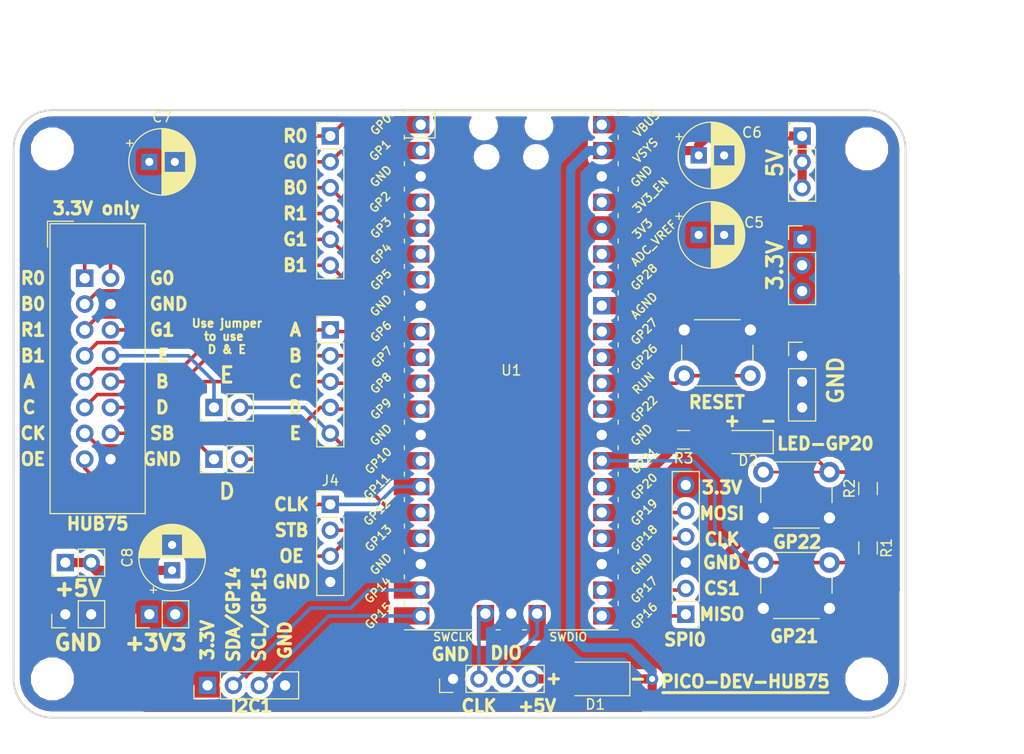
<source format=kicad_pcb>
(kicad_pcb (version 20171130) (host pcbnew 5.0.2+dfsg1-1)
  (layers (0 F.Cu signal) (31 B.Cu signal) (34 B.Paste user) (35 F.Paste user) (36 B.SilkS user) (37 F.SilkS user) (38 B.Mask user) (39 F.Mask user) (44 Edge.Cuts user))
  (net 0 "")
  (net 1 GND)
  (net 2 +3V3)
  (net 3 /B1_LV)
  (net 4 /G1_LV)
  (net 5 /R1_LV)
  (net 6 /B0_LV)
  (net 7 /G0_LV)
  (net 8 /R0_LV)
  (net 9 +5V)
  (net 10 "Net-(U1-Pad31)")
  (net 11 "Net-(U1-Pad32)")
  (net 12 "Net-(U1-Pad33)")
  (net 13 "Net-(U1-Pad34)")
  (net 14 "Net-(U1-Pad35)")
  (net 15 "Net-(U1-Pad37)")
  (net 16 "Net-(U1-Pad40)")
  (net 17 /A_LV)
  (net 18 /B_LV)
  (net 19 /C_LV)
  (net 20 /D_LV)
  (net 21 /E_LV)
  (net 22 /CLK_LV)
  (net 23 /STB_LV)
  (net 24 /OE_LV)
  (net 25 "Net-(D1-Pad2)")
  (net 26 "Net-(J5-Pad1)")
  (net 27 "Net-(J5-Pad2)")
  (net 28 "Net-(J5-Pad4)")
  (net 29 "Net-(J5-Pad5)")
  (net 30 /SDA)
  (net 31 /SCL)
  (net 32 "Net-(J10-Pad3)")
  (net 33 "Net-(J10-Pad2)")
  (net 34 /SW2)
  (net 35 /SW1)
  (net 36 /RUN)
  (net 37 /LED)
  (net 38 "Net-(D2-Pad2)")
  (net 39 "Net-(J1-Pad8)")
  (net 40 "Net-(J1-Pad12)")
  (module Connector_IDC:IDC-Header_2x08_P2.54mm_Vertical (layer F.Cu) (at 159.385 69.85)
    (fp_text reference J1)
    (fp_text value Conn_02x08_Odd_Even)
    (pad 1 thru_hole rect (at 0 0) (size 1.7272 1.7272) (drill 1.016) (layers *.Cu *.Mask) (net 8 /R0_LV))
    (pad 2 thru_hole oval (at 2.54 0) (size 1.7272 1.7272) (drill 1.016) (layers *.Cu *.Mask) (net 7 /G0_LV))
    (pad 3 thru_hole oval (at 0 2.54) (size 1.7272 1.7272) (drill 1.016) (layers *.Cu *.Mask) (net 6 /B0_LV))
    (pad 4 thru_hole oval (at 2.54 2.54) (size 1.7272 1.7272) (drill 1.016) (layers *.Cu *.Mask) (net 1 GND))
    (pad 5 thru_hole oval (at 0 5.08) (size 1.7272 1.7272) (drill 1.016) (layers *.Cu *.Mask) (net 5 /R1_LV))
    (pad 6 thru_hole oval (at 2.54 5.08) (size 1.7272 1.7272) (drill 1.016) (layers *.Cu *.Mask) (net 4 /G1_LV))
    (pad 7 thru_hole oval (at 0 7.62) (size 1.7272 1.7272) (drill 1.016) (layers *.Cu *.Mask) (net 3 /B1_LV))
    (pad 8 thru_hole oval (at 2.54 7.62) (size 1.7272 1.7272) (drill 1.016) (layers *.Cu *.Mask) (net 39 "Net-(J1-Pad8)"))
    (pad 9 thru_hole oval (at 0 10.16) (size 1.7272 1.7272) (drill 1.016) (layers *.Cu *.Mask) (net 17 /A_LV))
    (pad 10 thru_hole oval (at 2.54 10.16) (size 1.7272 1.7272) (drill 1.016) (layers *.Cu *.Mask) (net 18 /B_LV))
    (pad 11 thru_hole oval (at 0 12.7) (size 1.7272 1.7272) (drill 1.016) (layers *.Cu *.Mask) (net 19 /C_LV))
    (pad 12 thru_hole oval (at 2.54 12.7) (size 1.7272 1.7272) (drill 1.016) (layers *.Cu *.Mask) (net 40 "Net-(J1-Pad12)"))
    (pad 13 thru_hole oval (at 0 15.24) (size 1.7272 1.7272) (drill 1.016) (layers *.Cu *.Mask) (net 22 /CLK_LV))
    (pad 14 thru_hole oval (at 2.54 15.24) (size 1.7272 1.7272) (drill 1.016) (layers *.Cu *.Mask) (net 23 /STB_LV))
    (pad 15 thru_hole oval (at 0 17.78) (size 1.7272 1.7272) (drill 1.016) (layers *.Cu *.Mask) (net 24 /OE_LV))
    (pad 16 thru_hole oval (at 2.54 17.78) (size 1.7272 1.7272) (drill 1.016) (layers *.Cu *.Mask) (net 1 GND))
  )
  (module MCU_RaspberryPi_and_Boards:RPi_Pico_SMD_TH (layer F.Cu) (at 201.295 78.9)
    (fp_text reference U1 (at 0 0) (layer F.SilkS))
    (fp_text value Pico)
    (fp_text user GP1 (at -12.9 -21.6 45) (layer F.SilkS) (effects (font (size 0.8 0.8))))
    (fp_text user GP2 (at -12.9 -16.51 45) (layer F.SilkS) (effects (font (size 0.8 0.8))))
    (fp_text user GP0 (at -12.8 -24.13 45) (layer F.SilkS) (effects (font (size 0.8 0.8))))
    (fp_text user GP3 (at -12.8 -13.97 45) (layer F.SilkS) (effects (font (size 0.8 0.8))))
    (fp_text user GP4 (at -12.8 -11.43 45) (layer F.SilkS) (effects (font (size 0.8 0.8))))
    (fp_text user GP5 (at -12.8 -8.89 45) (layer F.SilkS) (effects (font (size 0.8 0.8))))
    (fp_text user GP6 (at -12.8 -3.81 45) (layer F.SilkS) (effects (font (size 0.8 0.8))))
    (fp_text user GP7 (at -12.7 -1.3 45) (layer F.SilkS) (effects (font (size 0.8 0.8))))
    (fp_text user GP8 (at -12.8 1.27 45) (layer F.SilkS) (effects (font (size 0.8 0.8))))
    (fp_text user GP9 (at -12.8 3.81 45) (layer F.SilkS) (effects (font (size 0.8 0.8))))
    (fp_text user GP10 (at -13.054 8.89 45) (layer F.SilkS) (effects (font (size 0.8 0.8))))
    (fp_text user GP11 (at -13.2 11.43 45) (layer F.SilkS) (effects (font (size 0.8 0.8))))
    (fp_text user GP12 (at -13.2 13.97 45) (layer F.SilkS) (effects (font (size 0.8 0.8))))
    (fp_text user GP13 (at -13.054 16.51 45) (layer F.SilkS) (effects (font (size 0.8 0.8))))
    (fp_text user GP14 (at -13.1 21.59 45) (layer F.SilkS) (effects (font (size 0.8 0.8))))
    (fp_text user GP15 (at -13.054 24.13 45) (layer F.SilkS) (effects (font (size 0.8 0.8))))
    (fp_text user GP16 (at 13.054 24.13 45) (layer F.SilkS) (effects (font (size 0.8 0.8))))
    (fp_text user GP17 (at 13.054 21.59 45) (layer F.SilkS) (effects (font (size 0.8 0.8))))
    (fp_text user GP18 (at 13.054 16.51 45) (layer F.SilkS) (effects (font (size 0.8 0.8))))
    (fp_text user GP19 (at 13.054 13.97 45) (layer F.SilkS) (effects (font (size 0.8 0.8))))
    (fp_text user GP20 (at 13.054 11.43 45) (layer F.SilkS) (effects (font (size 0.8 0.8))))
    (fp_text user GP21 (at 13.054 8.9 45) (layer F.SilkS) (effects (font (size 0.8 0.8))))
    (fp_text user GP22 (at 13.054 3.81 45) (layer F.SilkS) (effects (font (size 0.8 0.8))))
    (fp_text user RUN (at 13 1.27 45) (layer F.SilkS) (effects (font (size 0.8 0.8))))
    (fp_text user GP26 (at 13.054 -1.27 45) (layer F.SilkS) (effects (font (size 0.8 0.8))))
    (fp_text user GP27 (at 13.054 -3.8 45) (layer F.SilkS) (effects (font (size 0.8 0.8))))
    (fp_text user GP28 (at 13.054 -9.144 45) (layer F.SilkS) (effects (font (size 0.8 0.8))))
    (fp_text user ADC_VREF (at 14 -12.5 45) (layer F.SilkS) (effects (font (size 0.8 0.8))))
    (fp_text user 3V3 (at 12.9 -13.9 45) (layer F.SilkS) (effects (font (size 0.8 0.8))))
    (fp_text user 3V3_EN (at 13.7 -17.2 45) (layer F.SilkS) (effects (font (size 0.8 0.8))))
    (fp_text user VSYS (at 13.2 -21.59 45) (layer F.SilkS) (effects (font (size 0.8 0.8))))
    (fp_text user VBUS (at 13.3 -24.2 45) (layer F.SilkS) (effects (font (size 0.8 0.8))))
    (fp_text user GND (at -12.8 -19.05 45) (layer F.SilkS) (effects (font (size 0.8 0.8))))
    (fp_text user GND (at -12.8 -6.35 45) (layer F.SilkS) (effects (font (size 0.8 0.8))))
    (fp_text user GND (at -12.8 6.35 45) (layer F.SilkS) (effects (font (size 0.8 0.8))))
    (fp_text user GND (at -12.8 19.05 45) (layer F.SilkS) (effects (font (size 0.8 0.8))))
    (fp_text user GND (at 12.8 19.05 45) (layer F.SilkS) (effects (font (size 0.8 0.8))))
    (fp_text user GND (at 12.8 6.35 45) (layer F.SilkS) (effects (font (size 0.8 0.8))))
    (fp_text user GND (at 12.8 -19.05 45) (layer F.SilkS) (effects (font (size 0.8 0.8))))
    (fp_text user AGND (at 13.054 -6.35 45) (layer F.SilkS) (effects (font (size 0.8 0.8))))
    (fp_text user SWCLK (at -5.7 26.2) (layer F.SilkS) (effects (font (size 0.8 0.8))))
    (fp_text user SWDIO (at 5.6 26.2) (layer F.SilkS) (effects (font (size 0.8 0.8))))
    (pad 1 thru_hole oval (at -8.89 -24.13) (size 1.7 1.7) (drill 1.02) (layers *.Cu *.Mask) (net 8 /R0_LV))
    (pad 2 thru_hole oval (at -8.89 -21.59) (size 1.7 1.7) (drill 1.02) (layers *.Cu *.Mask) (net 7 /G0_LV))
    (pad 3 thru_hole rect (at -8.89 -19.05) (size 1.7 1.7) (drill 1.02) (layers *.Cu *.Mask) (net 1 GND))
    (pad 4 thru_hole oval (at -8.89 -16.51) (size 1.7 1.7) (drill 1.02) (layers *.Cu *.Mask) (net 6 /B0_LV))
    (pad 5 thru_hole oval (at -8.89 -13.97) (size 1.7 1.7) (drill 1.02) (layers *.Cu *.Mask) (net 5 /R1_LV))
    (pad 6 thru_hole oval (at -8.89 -11.43) (size 1.7 1.7) (drill 1.02) (layers *.Cu *.Mask) (net 4 /G1_LV))
    (pad 7 thru_hole oval (at -8.89 -8.89) (size 1.7 1.7) (drill 1.02) (layers *.Cu *.Mask) (net 3 /B1_LV))
    (pad 8 thru_hole rect (at -8.89 -6.35) (size 1.7 1.7) (drill 1.02) (layers *.Cu *.Mask) (net 1 GND))
    (pad 9 thru_hole oval (at -8.89 -3.81) (size 1.7 1.7) (drill 1.02) (layers *.Cu *.Mask) (net 17 /A_LV))
    (pad 10 thru_hole oval (at -8.89 -1.27) (size 1.7 1.7) (drill 1.02) (layers *.Cu *.Mask) (net 18 /B_LV))
    (pad 11 thru_hole oval (at -8.89 1.27) (size 1.7 1.7) (drill 1.02) (layers *.Cu *.Mask) (net 19 /C_LV))
    (pad 12 thru_hole oval (at -8.89 3.81) (size 1.7 1.7) (drill 1.02) (layers *.Cu *.Mask) (net 20 /D_LV))
    (pad 13 thru_hole rect (at -8.89 6.35) (size 1.7 1.7) (drill 1.02) (layers *.Cu *.Mask) (net 1 GND))
    (pad 14 thru_hole oval (at -8.89 8.89) (size 1.7 1.7) (drill 1.02) (layers *.Cu *.Mask) (net 21 /E_LV))
    (pad 15 thru_hole oval (at -8.89 11.43) (size 1.7 1.7) (drill 1.02) (layers *.Cu *.Mask) (net 22 /CLK_LV))
    (pad 16 thru_hole oval (at -8.89 13.97) (size 1.7 1.7) (drill 1.02) (layers *.Cu *.Mask) (net 23 /STB_LV))
    (pad 17 thru_hole oval (at -8.89 16.51) (size 1.7 1.7) (drill 1.02) (layers *.Cu *.Mask) (net 24 /OE_LV))
    (pad 18 thru_hole rect (at -8.89 19.05) (size 1.7 1.7) (drill 1.02) (layers *.Cu *.Mask) (net 1 GND))
    (pad 19 thru_hole oval (at -8.89 21.59) (size 1.7 1.7) (drill 1.02) (layers *.Cu *.Mask) (net 30 /SDA))
    (pad 20 thru_hole oval (at -8.89 24.13) (size 1.7 1.7) (drill 1.02) (layers *.Cu *.Mask) (net 31 /SCL))
    (pad 21 thru_hole oval (at 8.89 24.13) (size 1.7 1.7) (drill 1.02) (layers *.Cu *.Mask) (net 26 "Net-(J5-Pad1)"))
    (pad 22 thru_hole oval (at 8.89 21.59) (size 1.7 1.7) (drill 1.02) (layers *.Cu *.Mask) (net 27 "Net-(J5-Pad2)"))
    (pad 23 thru_hole rect (at 8.89 19.05) (size 1.7 1.7) (drill 1.02) (layers *.Cu *.Mask) (net 1 GND))
    (pad 24 thru_hole oval (at 8.89 16.51) (size 1.7 1.7) (drill 1.02) (layers *.Cu *.Mask) (net 28 "Net-(J5-Pad4)"))
    (pad 25 thru_hole oval (at 8.89 13.97) (size 1.7 1.7) (drill 1.02) (layers *.Cu *.Mask) (net 29 "Net-(J5-Pad5)"))
    (pad 26 thru_hole oval (at 8.89 11.43) (size 1.7 1.7) (drill 1.02) (layers *.Cu *.Mask) (net 37 /LED))
    (pad 27 thru_hole oval (at 8.89 8.89) (size 1.7 1.7) (drill 1.02) (layers *.Cu *.Mask) (net 34 /SW2))
    (pad 28 thru_hole rect (at 8.89 6.35) (size 1.7 1.7) (drill 1.02) (layers *.Cu *.Mask) (net 1 GND))
    (pad 29 thru_hole oval (at 8.89 3.81) (size 1.7 1.7) (drill 1.02) (layers *.Cu *.Mask) (net 35 /SW1))
    (pad 30 thru_hole oval (at 8.89 1.27) (size 1.7 1.7) (drill 1.02) (layers *.Cu *.Mask) (net 36 /RUN))
    (pad 31 thru_hole oval (at 8.89 -1.27) (size 1.7 1.7) (drill 1.02) (layers *.Cu *.Mask) (net 10 "Net-(U1-Pad31)"))
    (pad 32 thru_hole oval (at 8.89 -3.81) (size 1.7 1.7) (drill 1.02) (layers *.Cu *.Mask) (net 11 "Net-(U1-Pad32)"))
    (pad 33 thru_hole rect (at 8.89 -6.35) (size 1.7 1.7) (drill 1.02) (layers *.Cu *.Mask) (net 12 "Net-(U1-Pad33)"))
    (pad 34 thru_hole oval (at 8.89 -8.89) (size 1.7 1.7) (drill 1.02) (layers *.Cu *.Mask) (net 13 "Net-(U1-Pad34)"))
    (pad 35 thru_hole oval (at 8.89 -11.43) (size 1.7 1.7) (drill 1.02) (layers *.Cu *.Mask) (net 14 "Net-(U1-Pad35)"))
    (pad 36 thru_hole oval (at 8.89 -13.97) (size 1.7 1.7) (drill 1.02) (layers *.Cu *.Mask) (net 2 +3V3))
    (pad 37 thru_hole oval (at 8.89 -16.51) (size 1.7 1.7) (drill 1.02) (layers *.Cu *.Mask) (net 15 "Net-(U1-Pad37)"))
    (pad 38 thru_hole rect (at 8.89 -19.05) (size 1.7 1.7) (drill 1.02) (layers *.Cu *.Mask) (net 1 GND))
    (pad 39 thru_hole oval (at 8.89 -21.59) (size 1.7 1.7) (drill 1.02) (layers *.Cu *.Mask) (net 9 +5V))
    (pad 40 thru_hole oval (at 8.89 -24.13) (size 1.7 1.7) (drill 1.02) (layers *.Cu *.Mask) (net 16 "Net-(U1-Pad40)"))
    (pad 1 smd rect (at -8.89 -24.13) (size 3.5 1.7) (drill (offset -0.9 0)) (layers F.Cu F.Mask) (net 8 /R0_LV))
    (pad 2 smd rect (at -8.89 -21.59) (size 3.5 1.7) (drill (offset -0.9 0)) (layers F.Cu F.Mask) (net 7 /G0_LV))
    (pad 3 smd rect (at -8.89 -19.05) (size 3.5 1.7) (drill (offset -0.9 0)) (layers F.Cu F.Mask) (net 1 GND))
    (pad 4 smd rect (at -8.89 -16.51) (size 3.5 1.7) (drill (offset -0.9 0)) (layers F.Cu F.Mask) (net 6 /B0_LV))
    (pad 5 smd rect (at -8.89 -13.97) (size 3.5 1.7) (drill (offset -0.9 0)) (layers F.Cu F.Mask) (net 5 /R1_LV))
    (pad 6 smd rect (at -8.89 -11.43) (size 3.5 1.7) (drill (offset -0.9 0)) (layers F.Cu F.Mask) (net 4 /G1_LV))
    (pad 7 smd rect (at -8.89 -8.89) (size 3.5 1.7) (drill (offset -0.9 0)) (layers F.Cu F.Mask) (net 3 /B1_LV))
    (pad 8 smd rect (at -8.89 -6.35) (size 3.5 1.7) (drill (offset -0.9 0)) (layers F.Cu F.Mask) (net 1 GND))
    (pad 9 smd rect (at -8.89 -3.81) (size 3.5 1.7) (drill (offset -0.9 0)) (layers F.Cu F.Mask) (net 17 /A_LV))
    (pad 10 smd rect (at -8.89 -1.27) (size 3.5 1.7) (drill (offset -0.9 0)) (layers F.Cu F.Mask) (net 18 /B_LV))
    (pad 11 smd rect (at -8.89 1.27) (size 3.5 1.7) (drill (offset -0.9 0)) (layers F.Cu F.Mask) (net 19 /C_LV))
    (pad 12 smd rect (at -8.89 3.81) (size 3.5 1.7) (drill (offset -0.9 0)) (layers F.Cu F.Mask) (net 20 /D_LV))
    (pad 13 smd rect (at -8.89 6.35) (size 3.5 1.7) (drill (offset -0.9 0)) (layers F.Cu F.Mask) (net 1 GND))
    (pad 14 smd rect (at -8.89 8.89) (size 3.5 1.7) (drill (offset -0.9 0)) (layers F.Cu F.Mask) (net 21 /E_LV))
    (pad 15 smd rect (at -8.89 11.43) (size 3.5 1.7) (drill (offset -0.9 0)) (layers F.Cu F.Mask) (net 22 /CLK_LV))
    (pad 16 smd rect (at -8.89 13.97) (size 3.5 1.7) (drill (offset -0.9 0)) (layers F.Cu F.Mask) (net 23 /STB_LV))
    (pad 17 smd rect (at -8.89 16.51) (size 3.5 1.7) (drill (offset -0.9 0)) (layers F.Cu F.Mask) (net 24 /OE_LV))
    (pad 18 smd rect (at -8.89 19.05) (size 3.5 1.7) (drill (offset -0.9 0)) (layers F.Cu F.Mask) (net 1 GND))
    (pad 19 smd rect (at -8.89 21.59) (size 3.5 1.7) (drill (offset -0.9 0)) (layers F.Cu F.Mask) (net 30 /SDA))
    (pad 20 smd rect (at -8.89 24.13) (size 3.5 1.7) (drill (offset -0.9 0)) (layers F.Cu F.Mask) (net 31 /SCL))
    (pad 40 smd rect (at 8.89 -24.13) (size 3.5 1.7) (drill (offset 0.9 0)) (layers F.Cu F.Mask) (net 16 "Net-(U1-Pad40)"))
    (pad 39 smd rect (at 8.89 -21.59) (size 3.5 1.7) (drill (offset 0.9 0)) (layers F.Cu F.Mask) (net 9 +5V))
    (pad 38 smd rect (at 8.89 -19.05) (size 3.5 1.7) (drill (offset 0.9 0)) (layers F.Cu F.Mask) (net 1 GND))
    (pad 37 smd rect (at 8.89 -16.51) (size 3.5 1.7) (drill (offset 0.9 0)) (layers F.Cu F.Mask) (net 15 "Net-(U1-Pad37)"))
    (pad 36 smd rect (at 8.89 -13.97) (size 3.5 1.7) (drill (offset 0.9 0)) (layers F.Cu F.Mask) (net 2 +3V3))
    (pad 35 smd rect (at 8.89 -11.43) (size 3.5 1.7) (drill (offset 0.9 0)) (layers F.Cu F.Mask) (net 14 "Net-(U1-Pad35)"))
    (pad 34 smd rect (at 8.89 -8.89) (size 3.5 1.7) (drill (offset 0.9 0)) (layers F.Cu F.Mask) (net 13 "Net-(U1-Pad34)"))
    (pad 33 smd rect (at 8.89 -6.35) (size 3.5 1.7) (drill (offset 0.9 0)) (layers F.Cu F.Mask) (net 12 "Net-(U1-Pad33)"))
    (pad 32 smd rect (at 8.89 -3.81) (size 3.5 1.7) (drill (offset 0.9 0)) (layers F.Cu F.Mask) (net 11 "Net-(U1-Pad32)"))
    (pad 31 smd rect (at 8.89 -1.27) (size 3.5 1.7) (drill (offset 0.9 0)) (layers F.Cu F.Mask) (net 10 "Net-(U1-Pad31)"))
    (pad 30 smd rect (at 8.89 1.27) (size 3.5 1.7) (drill (offset 0.9 0)) (layers F.Cu F.Mask) (net 36 /RUN))
    (pad 29 smd rect (at 8.89 3.81) (size 3.5 1.7) (drill (offset 0.9 0)) (layers F.Cu F.Mask) (net 35 /SW1))
    (pad 28 smd rect (at 8.89 6.35) (size 3.5 1.7) (drill (offset 0.9 0)) (layers F.Cu F.Mask) (net 1 GND))
    (pad 27 smd rect (at 8.89 8.89) (size 3.5 1.7) (drill (offset 0.9 0)) (layers F.Cu F.Mask) (net 34 /SW2))
    (pad 26 smd rect (at 8.89 11.43) (size 3.5 1.7) (drill (offset 0.9 0)) (layers F.Cu F.Mask) (net 37 /LED))
    (pad 25 smd rect (at 8.89 13.97) (size 3.5 1.7) (drill (offset 0.9 0)) (layers F.Cu F.Mask) (net 29 "Net-(J5-Pad5)"))
    (pad 24 smd rect (at 8.89 16.51) (size 3.5 1.7) (drill (offset 0.9 0)) (layers F.Cu F.Mask) (net 28 "Net-(J5-Pad4)"))
    (pad 23 smd rect (at 8.89 19.05) (size 3.5 1.7) (drill (offset 0.9 0)) (layers F.Cu F.Mask) (net 1 GND))
    (pad 22 smd rect (at 8.89 21.59) (size 3.5 1.7) (drill (offset 0.9 0)) (layers F.Cu F.Mask) (net 27 "Net-(J5-Pad2)"))
    (pad 21 smd rect (at 8.89 24.13) (size 3.5 1.7) (drill (offset 0.9 0)) (layers F.Cu F.Mask) (net 26 "Net-(J5-Pad1)"))
    (pad "" np_thru_hole oval (at -2.725 -24) (size 1.8 1.8) (drill 1.8) (layers *.Cu *.Mask))
    (pad "" np_thru_hole oval (at 2.725 -24) (size 1.8 1.8) (drill 1.8) (layers *.Cu *.Mask))
    (pad "" np_thru_hole oval (at -2.425 -20.97) (size 1.5 1.5) (drill 1.5) (layers *.Cu *.Mask))
    (pad "" np_thru_hole oval (at 2.425 -20.97) (size 1.5 1.5) (drill 1.5) (layers *.Cu *.Mask))
    (pad 41 smd rect (at -2.54 23.9 90) (size 3.5 1.7) (drill (offset -0.9 0)) (layers F.Cu F.Mask) (net 33 "Net-(J10-Pad2)"))
    (pad 41 thru_hole oval (at -2.54 23.9) (size 1.7 1.7) (drill 1.02) (layers *.Cu *.Mask) (net 33 "Net-(J10-Pad2)"))
    (pad 42 smd rect (at 0 23.9 90) (size 3.5 1.7) (drill (offset -0.9 0)) (layers F.Cu F.Mask) (net 1 GND))
    (pad 42 thru_hole rect (at 0 23.9) (size 1.7 1.7) (drill 1.02) (layers *.Cu *.Mask) (net 1 GND))
    (pad 43 smd rect (at 2.54 23.9 90) (size 3.5 1.7) (drill (offset -0.9 0)) (layers F.Cu F.Mask) (net 32 "Net-(J10-Pad3)"))
    (pad 43 thru_hole oval (at 2.54 23.9) (size 1.7 1.7) (drill 1.02) (layers *.Cu *.Mask) (net 32 "Net-(J10-Pad3)"))
  )
  (module Connector_PinHeader_2.54mm:PinHeader_1x02_P2.54mm_Vertical (layer F.Cu) (at 172.085 82.55 90)
    (fp_text reference JP1)
    (fp_text value Jumper)
    (pad 1 thru_hole rect (at 0 0 90) (size 1.7 1.7) (drill 1) (layers *.Cu *.Mask) (net 39 "Net-(J1-Pad8)"))
    (pad 2 thru_hole oval (at 0 2.54 90) (size 1.7 1.7) (drill 1) (layers *.Cu *.Mask) (net 21 /E_LV))
  )
  (module Diode_SMD:D_SMA (layer F.Cu) (at 209.55 109.22 180)
    (fp_text reference D1 (at 0 -2.5 180) (layer F.SilkS))
    (fp_text value D_Schottky)
    (pad 1 smd rect (at -2 0 180) (size 2.5 1.8) (layers F.Cu F.Paste F.Mask) (net 9 +5V))
    (pad 2 smd rect (at 2 0 180) (size 2.5 1.8) (layers F.Cu F.Paste F.Mask) (net 25 "Net-(D1-Pad2)"))
  )
  (module MountingHole:MountingHole_3.2mm_M3 (layer F.Cu) (at 236.22 109.22)
    (fp_text reference H1)
    (fp_text value MountingHole)
    (pad 1 np_thru_hole circle (at 0 0) (size 3.2 3.2) (drill 3.2) (layers *.Cu *.Mask))
  )
  (module MountingHole:MountingHole_3.2mm_M3 (layer F.Cu) (at 156.21 109.22)
    (fp_text reference H2)
    (fp_text value MountingHole)
    (pad 1 np_thru_hole circle (at 0 0) (size 3.2 3.2) (drill 3.2) (layers *.Cu *.Mask))
  )
  (module MountingHole:MountingHole_3.2mm_M3 (layer F.Cu) (at 156.21 57.15)
    (fp_text reference H3)
    (fp_text value MountingHole)
    (pad 1 np_thru_hole circle (at 0 0) (size 3.2 3.2) (drill 3.2) (layers *.Cu *.Mask))
  )
  (module MountingHole:MountingHole_3.2mm_M3 (layer F.Cu) (at 236.22 57.15)
    (fp_text reference H4)
    (fp_text value MountingHole)
    (pad 1 np_thru_hole circle (at 0 0) (size 3.2 3.2) (drill 3.2) (layers *.Cu *.Mask))
  )
  (module Connector_PinHeader_2.54mm:PinHeader_1x06_P2.54mm_Vertical (layer F.Cu) (at 183.515 55.88)
    (fp_text reference J2)
    (fp_text value Conn_01x06_Male)
    (pad 6 thru_hole oval (at 0 12.7) (size 1.7 1.7) (drill 1) (layers *.Cu *.Mask) (net 3 /B1_LV))
    (pad 5 thru_hole oval (at 0 10.16) (size 1.7 1.7) (drill 1) (layers *.Cu *.Mask) (net 4 /G1_LV))
    (pad 4 thru_hole oval (at 0 7.62) (size 1.7 1.7) (drill 1) (layers *.Cu *.Mask) (net 5 /R1_LV))
    (pad 3 thru_hole oval (at 0 5.08) (size 1.7 1.7) (drill 1) (layers *.Cu *.Mask) (net 6 /B0_LV))
    (pad 2 thru_hole oval (at 0 2.54) (size 1.7 1.7) (drill 1) (layers *.Cu *.Mask) (net 7 /G0_LV))
    (pad 1 thru_hole rect (at 0 0) (size 1.7 1.7) (drill 1) (layers *.Cu *.Mask) (net 8 /R0_LV))
  )
  (module Connector_PinHeader_2.54mm:PinHeader_1x05_P2.54mm_Vertical (layer F.Cu) (at 183.515 74.93)
    (fp_text reference J3)
    (fp_text value Conn_01x05_Male)
    (pad 1 thru_hole rect (at 0 0) (size 1.7 1.7) (drill 1) (layers *.Cu *.Mask) (net 17 /A_LV))
    (pad 2 thru_hole oval (at 0 2.54) (size 1.7 1.7) (drill 1) (layers *.Cu *.Mask) (net 18 /B_LV))
    (pad 3 thru_hole oval (at 0 5.08) (size 1.7 1.7) (drill 1) (layers *.Cu *.Mask) (net 19 /C_LV))
    (pad 4 thru_hole oval (at 0 7.62) (size 1.7 1.7) (drill 1) (layers *.Cu *.Mask) (net 20 /D_LV))
    (pad 5 thru_hole oval (at 0 10.16) (size 1.7 1.7) (drill 1) (layers *.Cu *.Mask) (net 21 /E_LV))
  )
  (module Connector_PinHeader_2.54mm:PinHeader_1x06_P2.54mm_Vertical (layer F.Cu) (at 218.44 102.87 180)
    (fp_text reference J5)
    (fp_text value Conn_01x06_Male)
    (pad 1 thru_hole rect (at 0 0 180) (size 1.7 1.7) (drill 1) (layers *.Cu *.Mask) (net 26 "Net-(J5-Pad1)"))
    (pad 2 thru_hole oval (at 0 2.54 180) (size 1.7 1.7) (drill 1) (layers *.Cu *.Mask) (net 27 "Net-(J5-Pad2)"))
    (pad 3 thru_hole oval (at 0 5.08 180) (size 1.7 1.7) (drill 1) (layers *.Cu *.Mask) (net 1 GND))
    (pad 4 thru_hole oval (at 0 7.62 180) (size 1.7 1.7) (drill 1) (layers *.Cu *.Mask) (net 28 "Net-(J5-Pad4)"))
    (pad 5 thru_hole oval (at 0 10.16 180) (size 1.7 1.7) (drill 1) (layers *.Cu *.Mask) (net 29 "Net-(J5-Pad5)"))
    (pad 6 thru_hole oval (at 0 12.7 180) (size 1.7 1.7) (drill 1) (layers *.Cu *.Mask) (net 2 +3V3))
  )
  (module Connector_PinHeader_2.54mm:PinHeader_1x03_P2.54mm_Vertical (layer F.Cu) (at 229.87 77.47)
    (fp_text reference J6)
    (fp_text value Conn_01x03_Male)
    (pad 1 thru_hole rect (at 0 0) (size 1.7 1.7) (drill 1) (layers *.Cu *.Mask) (net 1 GND))
    (pad 2 thru_hole oval (at 0 2.54) (size 1.7 1.7) (drill 1) (layers *.Cu *.Mask) (net 1 GND))
    (pad 3 thru_hole oval (at 0 5.08) (size 1.7 1.7) (drill 1) (layers *.Cu *.Mask) (net 1 GND))
  )
  (module Connector_PinHeader_2.54mm:PinHeader_1x03_P2.54mm_Vertical (layer F.Cu) (at 229.87 55.88)
    (fp_text reference J7)
    (fp_text value Conn_01x03_Male)
    (pad 3 thru_hole oval (at 0 5.08) (size 1.7 1.7) (drill 1) (layers *.Cu *.Mask) (net 9 +5V))
    (pad 2 thru_hole oval (at 0 2.54) (size 1.7 1.7) (drill 1) (layers *.Cu *.Mask) (net 9 +5V))
    (pad 1 thru_hole rect (at 0 0) (size 1.7 1.7) (drill 1) (layers *.Cu *.Mask) (net 9 +5V))
  )
  (module Connector_PinHeader_2.54mm:PinHeader_1x03_P2.54mm_Vertical (layer F.Cu) (at 229.87 66.04)
    (fp_text reference J8)
    (fp_text value Conn_01x03_Male)
    (pad 1 thru_hole rect (at 0 0) (size 1.7 1.7) (drill 1) (layers *.Cu *.Mask) (net 2 +3V3))
    (pad 2 thru_hole oval (at 0 2.54) (size 1.7 1.7) (drill 1) (layers *.Cu *.Mask) (net 2 +3V3))
    (pad 3 thru_hole oval (at 0 5.08) (size 1.7 1.7) (drill 1) (layers *.Cu *.Mask) (net 2 +3V3))
  )
  (module Connector_PinHeader_2.54mm:PinHeader_1x04_P2.54mm_Vertical (layer F.Cu) (at 171.45 109.855 90)
    (fp_text reference J9)
    (fp_text value Conn_01x04_Male)
    (pad 1 thru_hole rect (at 0 0 90) (size 1.7 1.7) (drill 1) (layers *.Cu *.Mask) (net 2 +3V3))
    (pad 2 thru_hole oval (at 0 2.54 90) (size 1.7 1.7) (drill 1) (layers *.Cu *.Mask) (net 30 /SDA))
    (pad 3 thru_hole oval (at 0 5.08 90) (size 1.7 1.7) (drill 1) (layers *.Cu *.Mask) (net 31 /SCL))
    (pad 4 thru_hole oval (at 0 7.62 90) (size 1.7 1.7) (drill 1) (layers *.Cu *.Mask) (net 1 GND))
  )
  (module Connector_PinHeader_2.54mm:PinHeader_1x04_P2.54mm_Vertical (layer F.Cu) (at 195.58 109.22 90)
    (fp_text reference J10)
    (fp_text value Conn_01x04_Male)
    (pad 4 thru_hole oval (at 0 7.62 90) (size 1.7 1.7) (drill 1) (layers *.Cu *.Mask) (net 25 "Net-(D1-Pad2)"))
    (pad 3 thru_hole oval (at 0 5.08 90) (size 1.7 1.7) (drill 1) (layers *.Cu *.Mask) (net 32 "Net-(J10-Pad3)"))
    (pad 2 thru_hole oval (at 0 2.54 90) (size 1.7 1.7) (drill 1) (layers *.Cu *.Mask) (net 33 "Net-(J10-Pad2)"))
    (pad 1 thru_hole rect (at 0 0 90) (size 1.7 1.7) (drill 1) (layers *.Cu *.Mask) (net 1 GND))
  )
  (module Button_Switch_THT:SW_PUSH_6mm_H5mm (layer F.Cu) (at 224.79 79.43 180)
    (fp_text reference SW1)
    (fp_text value SW_Push)
    (pad 2 thru_hole circle (at 0 4.5 270) (size 2 2) (drill 1.1) (layers *.Cu *.Mask) (net 1 GND))
    (pad 1 thru_hole circle (at 0 0 270) (size 2 2) (drill 1.1) (layers *.Cu *.Mask) (net 36 /RUN))
    (pad 2 thru_hole circle (at 6.5 4.5 270) (size 2 2) (drill 1.1) (layers *.Cu *.Mask) (net 1 GND))
    (pad 1 thru_hole circle (at 6.5 0 270) (size 2 2) (drill 1.1) (layers *.Cu *.Mask) (net 36 /RUN))
  )
  (module Button_Switch_THT:SW_PUSH_6mm_H5mm (layer F.Cu) (at 226.06 88.9)
    (fp_text reference SW2)
    (fp_text value SW_Push)
    (pad 1 thru_hole circle (at 6.5 0 90) (size 2 2) (drill 1.1) (layers *.Cu *.Mask) (net 35 /SW1))
    (pad 2 thru_hole circle (at 6.5 4.5 90) (size 2 2) (drill 1.1) (layers *.Cu *.Mask) (net 1 GND))
    (pad 1 thru_hole circle (at 0 0 90) (size 2 2) (drill 1.1) (layers *.Cu *.Mask) (net 35 /SW1))
    (pad 2 thru_hole circle (at 0 4.5 90) (size 2 2) (drill 1.1) (layers *.Cu *.Mask) (net 1 GND))
  )
  (module Button_Switch_THT:SW_PUSH_6mm_H5mm (layer F.Cu) (at 226.06 97.79)
    (fp_text reference SW3)
    (fp_text value SW_Push)
    (pad 2 thru_hole circle (at 0 4.5 90) (size 2 2) (drill 1.1) (layers *.Cu *.Mask) (net 1 GND))
    (pad 1 thru_hole circle (at 0 0 90) (size 2 2) (drill 1.1) (layers *.Cu *.Mask) (net 34 /SW2))
    (pad 2 thru_hole circle (at 6.5 4.5 90) (size 2 2) (drill 1.1) (layers *.Cu *.Mask) (net 1 GND))
    (pad 1 thru_hole circle (at 6.5 0 90) (size 2 2) (drill 1.1) (layers *.Cu *.Mask) (net 34 /SW2))
  )
  (module Capacitor_THT:CP_Radial_D6.3mm_P2.50mm (layer F.Cu) (at 219.71 65.59804)
    (fp_text reference C5 (at 5.4356 -1.2192) (layer F.SilkS))
    (fp_text value CP)
    (pad 1 thru_hole rect (at 0 0) (size 1.6 1.6) (drill 0.8) (layers *.Cu *.Mask) (net 2 +3V3))
    (pad 2 thru_hole circle (at 2.5 0) (size 1.6 1.6) (drill 0.8) (layers *.Cu *.Mask) (net 1 GND))
  )
  (module Capacitor_THT:CP_Radial_D6.3mm_P2.50mm (layer F.Cu) (at 219.71 57.785)
    (fp_text reference C6 (at 5.2324 -2.25552) (layer F.SilkS))
    (fp_text value CP)
    (pad 2 thru_hole circle (at 2.5 0) (size 1.6 1.6) (drill 0.8) (layers *.Cu *.Mask) (net 1 GND))
    (pad 1 thru_hole rect (at 0 0) (size 1.6 1.6) (drill 0.8) (layers *.Cu *.Mask) (net 9 +5V))
  )
  (module Capacitor_THT:CP_Radial_D6.3mm_P2.50mm (layer F.Cu) (at 165.735 58.42)
    (fp_text reference C7 (at 1.25 -4.4) (layer F.SilkS))
    (fp_text value CP)
    (pad 1 thru_hole rect (at 0 0) (size 1.6 1.6) (drill 0.8) (layers *.Cu *.Mask) (net 2 +3V3))
    (pad 2 thru_hole circle (at 2.5 0) (size 1.6 1.6) (drill 0.8) (layers *.Cu *.Mask) (net 1 GND))
  )
  (module Capacitor_THT:CP_Radial_D6.3mm_P2.50mm (layer F.Cu) (at 167.9702 98.552 90)
    (fp_text reference C8 (at 1.25 -4.4 90) (layer F.SilkS))
    (fp_text value CP)
    (pad 2 thru_hole circle (at 2.5 0 90) (size 1.6 1.6) (drill 0.8) (layers *.Cu *.Mask) (net 1 GND))
    (pad 1 thru_hole rect (at 0 0 90) (size 1.6 1.6) (drill 0.8) (layers *.Cu *.Mask) (net 9 +5V))
  )
  (module LED_SMD:LED_1206_3216Metric_Pad1.42x1.75mm_HandSolder (layer F.Cu) (at 224.5725 85.94852 180)
    (fp_text reference D2 (at 0 -1.82 180) (layer F.SilkS))
    (fp_text value LED)
    (pad 1 smd roundrect (at -1.4875 0 180) (size 1.425 1.75) (layers F.Cu F.Paste F.Mask) (roundrect_rratio 0.175439) (net 1 GND))
    (pad 2 smd roundrect (at 1.4875 0 180) (size 1.425 1.75) (layers F.Cu F.Paste F.Mask) (roundrect_rratio 0.175439) (net 38 "Net-(D2-Pad2)"))
  )
  (module Connector_PinHeader_2.54mm:PinHeader_1x02_P2.54mm_Vertical (layer F.Cu) (at 172.085 87.63 90)
    (fp_text reference JP2)
    (fp_text value Jumper)
    (pad 1 thru_hole rect (at 0 0 90) (size 1.7 1.7) (drill 1) (layers *.Cu *.Mask) (net 40 "Net-(J1-Pad12)"))
    (pad 2 thru_hole oval (at 0 2.54 90) (size 1.7 1.7) (drill 1) (layers *.Cu *.Mask) (net 20 /D_LV))
  )
  (module Resistor_SMD:R_1206_3216Metric_Pad1.42x1.75mm_HandSolder (layer F.Cu) (at 236.347 96.3565 270)
    (fp_text reference R1 (at 0 -1.82 270) (layer F.SilkS))
    (fp_text value 10k)
    (pad 1 smd roundrect (at -1.4875 0 270) (size 1.425 1.75) (layers F.Cu F.Paste F.Mask) (roundrect_rratio 0.175439) (net 2 +3V3))
    (pad 2 smd roundrect (at 1.4875 0 270) (size 1.425 1.75) (layers F.Cu F.Paste F.Mask) (roundrect_rratio 0.175439) (net 34 /SW2))
  )
  (module Resistor_SMD:R_1206_3216Metric_Pad1.42x1.75mm_HandSolder (layer F.Cu) (at 236.347 90.5145 90)
    (fp_text reference R2 (at 0 -1.82 90) (layer F.SilkS))
    (fp_text value 10k)
    (pad 2 smd roundrect (at 1.4875 0 90) (size 1.425 1.75) (layers F.Cu F.Paste F.Mask) (roundrect_rratio 0.175439) (net 35 /SW1))
    (pad 1 smd roundrect (at -1.4875 0 90) (size 1.425 1.75) (layers F.Cu F.Paste F.Mask) (roundrect_rratio 0.175439) (net 2 +3V3))
  )
  (module Resistor_SMD:R_1206_3216Metric_Pad1.42x1.75mm_HandSolder (layer F.Cu) (at 218.2225 85.725 180)
    (fp_text reference R3 (at 0 -1.82 180) (layer F.SilkS))
    (fp_text value 470)
    (pad 1 smd roundrect (at -1.4875 0 180) (size 1.425 1.75) (layers F.Cu F.Paste F.Mask) (roundrect_rratio 0.175439) (net 38 "Net-(D2-Pad2)"))
    (pad 2 smd roundrect (at 1.4875 0 180) (size 1.425 1.75) (layers F.Cu F.Paste F.Mask) (roundrect_rratio 0.175439) (net 37 /LED))
  )
  (module Connector_PinHeader_2.54mm:PinHeader_1x04_P2.54mm_Vertical (layer F.Cu) (at 183.515 92.075)
    (fp_text reference J4 (at 0 -2.33) (layer F.SilkS))
    (fp_text value Conn_01x05_Male)
    (pad 1 thru_hole rect (at 0 0) (size 1.7 1.7) (drill 1) (layers *.Cu *.Mask) (net 22 /CLK_LV))
    (pad 2 thru_hole oval (at 0 2.54) (size 1.7 1.7) (drill 1) (layers *.Cu *.Mask) (net 23 /STB_LV))
    (pad 3 thru_hole oval (at 0 5.08) (size 1.7 1.7) (drill 1) (layers *.Cu *.Mask) (net 24 /OE_LV))
    (pad 4 thru_hole oval (at 0 7.62) (size 1.7 1.7) (drill 1) (layers *.Cu *.Mask) (net 1 GND))
  )
  (module Connector_PinHeader_2.54mm:PinHeader_1x02_P2.54mm_Vertical (layer F.Cu) (at 157.48 97.79 90)
    (fp_text reference +5V (at -2.54 1.27 180) (layer F.SilkS) (effects (font (size 1.5 1.5) (thickness 0.35))))
    (fp_text value Conn_01x02_Male)
    (pad 2 thru_hole oval (at 0 2.54 90) (size 1.7 1.7) (drill 1) (layers *.Cu *.Mask) (net 9 +5V))
    (pad 1 thru_hole rect (at 0 0 90) (size 1.7 1.7) (drill 1) (layers *.Cu *.Mask) (net 9 +5V))
  )
  (module Connector_PinHeader_2.54mm:PinHeader_1x02_P2.54mm_Vertical (layer F.Cu) (at 165.735 102.87 90)
    (fp_text reference +3V3 (at -2.794 0.635 180) (layer F.SilkS) (effects (font (size 1.5 1.5) (thickness 0.35))))
    (fp_text value Conn_01x02_Male)
    (pad 1 thru_hole rect (at 0 0 90) (size 1.7 1.7) (drill 1) (layers *.Cu *.Mask) (net 2 +3V3))
    (pad 2 thru_hole oval (at 0 2.54 90) (size 1.7 1.7) (drill 1) (layers *.Cu *.Mask) (net 2 +3V3))
  )
  (module Connector_PinHeader_2.54mm:PinHeader_1x02_P2.54mm_Vertical (layer F.Cu) (at 157.48 102.87 90)
    (fp_text reference GND (at -2.794 1.27 180) (layer F.SilkS) (effects (font (size 1.5 1.5) (thickness 0.35))))
    (fp_text value Conn_01x02_Male)
    (pad 1 thru_hole rect (at 0 0 90) (size 1.7 1.7) (drill 1) (layers *.Cu *.Mask) (net 1 GND))
    (pad 2 thru_hole oval (at 0 2.54 90) (size 1.7 1.7) (drill 1) (layers *.Cu *.Mask) (net 1 GND))
  )
  (gr_text "3.3V only" (at 160.528 62.992) (layer F.SilkS) (effects (font (size 1.2 1.2) (thickness 0.3))))
  (gr_text D (at 173.355 90.805) (layer F.SilkS) (effects (font (size 1.5 1.5) (thickness 0.3))))
  (gr_text LED-GP20 (at 232.156 86.106) (layer F.SilkS) (effects (font (size 1.2 1.2) (thickness 0.3))))
  (gr_text + (at 205.46568 109.13364) (layer F.SilkS) (effects (font (size 1.2 1.2) (thickness 0.3))))
  (gr_text - (at 213.73084 109.16412) (layer F.SilkS) (effects (font (size 1.2 1.2) (thickness 0.3))))
  (gr_text + (at 223.012 83.82) (layer F.SilkS) (effects (font (size 1.2 1.2) (thickness 0.3))))
  (gr_text - (at 226.568 83.82) (layer F.SilkS) (effects (font (size 1.2 1.2) (thickness 0.3))))
  (gr_text "Use jumper\nto use \nD & E" (at 173.355 75.565) (layer F.SilkS) (effects (font (size 0.8 0.8) (thickness 0.2))))
  (gr_text HUB75 (at 160.655 93.98) (layer F.SilkS) (effects (font (size 1.2 1.2) (thickness 0.3))))
  (gr_text 3.3V (at 221.996 90.424) (layer F.SilkS) (effects (font (size 1.2 1.2) (thickness 0.3))))
  (gr_text MOSI (at 221.996 92.964) (layer F.SilkS) (effects (font (size 1.2 1.2) (thickness 0.3))))
  (gr_text CLK (at 221.996 95.504) (layer F.SilkS) (effects (font (size 1.2 1.2) (thickness 0.3))))
  (gr_text GND (at 221.996 97.79) (layer F.SilkS) (effects (font (size 1.2 1.2) (thickness 0.3))))
  (gr_text CS1 (at 221.996 100.33) (layer F.SilkS) (effects (font (size 1.2 1.2) (thickness 0.3))))
  (gr_text MISO (at 221.996 102.87) (layer F.SilkS) (effects (font (size 1.2 1.2) (thickness 0.3))))
  (gr_text RESET (at 221.488 82.042) (layer F.SilkS) (effects (font (size 1.2 1.2) (thickness 0.3))))
  (gr_text GND (at 179.705 99.695) (layer F.SilkS) (effects (font (size 1.2 1.2) (thickness 0.3))))
  (gr_text OE (at 179.705 97.155) (layer F.SilkS) (effects (font (size 1.2 1.2) (thickness 0.3))))
  (gr_text STB (at 179.705 94.615) (layer F.SilkS) (effects (font (size 1.2 1.2) (thickness 0.3))))
  (gr_text CLK (at 179.705 92.075) (layer F.SilkS) (effects (font (size 1.2 1.2) (thickness 0.3))))
  (gr_text E (at 180.086 85.09) (layer F.SilkS) (effects (font (size 1.2 1.2) (thickness 0.3))))
  (gr_text D (at 180.086 82.55) (layer F.SilkS) (effects (font (size 1.2 1.2) (thickness 0.3))))
  (gr_text C (at 180.086 80.01) (layer F.SilkS) (effects (font (size 1.2 1.2) (thickness 0.3))))
  (gr_text B (at 180.086 77.47) (layer F.SilkS) (effects (font (size 1.2 1.2) (thickness 0.3))))
  (gr_text A (at 180.086 74.93) (layer F.SilkS) (effects (font (size 1.2 1.2) (thickness 0.3))))
  (gr_text B1 (at 180.086 68.58) (layer F.SilkS) (effects (font (size 1.2 1.2) (thickness 0.3))))
  (gr_text G1 (at 180.086 66.04) (layer F.SilkS) (effects (font (size 1.2 1.2) (thickness 0.3))))
  (gr_text R1 (at 180.086 63.5) (layer F.SilkS) (effects (font (size 1.2 1.2) (thickness 0.3))))
  (gr_text B0 (at 180.086 60.96) (layer F.SilkS) (effects (font (size 1.2 1.2) (thickness 0.3))))
  (gr_text G0 (at 180.086 58.42) (layer F.SilkS) (effects (font (size 1.2 1.2) (thickness 0.3))))
  (gr_text R0 (at 180.086 55.88) (layer F.SilkS) (effects (font (size 1.2 1.2) (thickness 0.3))))
  (gr_text SPI0 (at 218.3638 105.36428) (layer F.SilkS) (effects (font (size 1.2 1.2) (thickness 0.3))))
  (gr_text GND (at 167.005 87.63) (layer F.SilkS) (effects (font (size 1.2 1.2) (thickness 0.3))))
  (gr_text GND (at 167.64 72.39) (layer F.SilkS) (effects (font (size 1.2 1.2) (thickness 0.3))))
  (gr_text SB (at 167.005 85.09) (layer F.SilkS) (effects (font (size 1.2 1.2) (thickness 0.3))))
  (gr_text D (at 167.005 82.55) (layer F.SilkS) (effects (font (size 1.2 1.2) (thickness 0.3))))
  (gr_text B (at 167.005 80.01) (layer F.SilkS) (effects (font (size 1.2 1.2) (thickness 0.3))))
  (gr_text E (at 167.132 77.47) (layer F.SilkS) (effects (font (size 1.2 1.2) (thickness 0.3))))
  (gr_text G1 (at 167.005 74.93) (layer F.SilkS) (effects (font (size 1.2 1.2) (thickness 0.3))))
  (gr_text G0 (at 167.005 69.85) (layer F.SilkS) (effects (font (size 1.2 1.2) (thickness 0.3))))
  (gr_text OE (at 154.305 87.63) (layer F.SilkS) (effects (font (size 1.2 1.2) (thickness 0.3))))
  (gr_text CK (at 154.305 85.09) (layer F.SilkS) (effects (font (size 1.2 1.2) (thickness 0.3))))
  (gr_text C (at 153.924 82.55) (layer F.SilkS) (effects (font (size 1.2 1.2) (thickness 0.3))))
  (gr_text A (at 153.924 80.01) (layer F.SilkS) (effects (font (size 1.2 1.2) (thickness 0.3))))
  (gr_text B1 (at 154.305 77.47) (layer F.SilkS) (effects (font (size 1.2 1.2) (thickness 0.3))))
  (gr_text R1 (at 154.305 74.93) (layer F.SilkS) (effects (font (size 1.2 1.2) (thickness 0.3))))
  (gr_text B0 (at 154.305 72.39) (layer F.SilkS) (effects (font (size 1.2 1.2) (thickness 0.3))))
  (gr_text R0 (at 154.305 69.85) (layer F.SilkS) (effects (font (size 1.2 1.2) (thickness 0.3))))
  (gr_text GP21 (at 229.108 105.029) (layer F.SilkS) (effects (font (size 1.2 1.2) (thickness 0.3))))
  (gr_text GP22 (at 229.3874 95.77832) (layer F.SilkS) (effects (font (size 1.2 1.2) (thickness 0.3))))
  (gr_text +5V (at 203.835 111.887) (layer F.SilkS) (effects (font (size 1.2 1.2) (thickness 0.3))))
  (gr_text DIO (at 200.787 106.68) (layer F.SilkS) (effects (font (size 1.2 1.2) (thickness 0.3))))
  (gr_text CLK (at 198.12 111.887) (layer F.SilkS) (effects (font (size 1.2 1.2) (thickness 0.3))))
  (gr_text GND (at 195.326 106.807) (layer F.SilkS) (effects (font (size 1.2 1.2) (thickness 0.3))))
  (gr_text GND (at 179.07 105.41 90) (layer F.SilkS) (effects (font (size 1.2 1.2) (thickness 0.3))))
  (gr_text 3.3V (at 171.45 105.41 90) (layer F.SilkS) (effects (font (size 1.2 1.2) (thickness 0.3))))
  (gr_text I2C1 (at 175.768 111.887) (layer F.SilkS) (effects (font (size 1.2 1.2) (thickness 0.3))))
  (gr_text SCL/GP15 (at 176.53 102.87 90) (layer F.SilkS) (effects (font (size 1.2 1.2) (thickness 0.3))))
  (gr_text SDA/GP14 (at 173.99 102.87 90) (layer F.SilkS) (effects (font (size 1.2 1.2) (thickness 0.3))))
  (gr_text GND (at 233.172 79.883 90) (layer F.SilkS) (effects (font (size 1.5 1.5) (thickness 0.3))))
  (gr_text 3.3V (at 227.203 68.58 90) (layer F.SilkS) (effects (font (size 1.5 1.5) (thickness 0.3))))
  (gr_text 5V (at 227.203 58.547 90) (layer F.SilkS) (effects (font (size 1.5 1.5) (thickness 0.3))))
  (gr_text E (at 173.355 79.375) (layer F.SilkS) (effects (font (size 1.5 1.5) (thickness 0.3))))
  (gr_line (start 216.1794 110.5662) (end 232.41 110.5662) (layer F.SilkS) (width 0.3))
  (gr_text PICO-DEV-HUB75 (at 224.282 109.474) (layer F.SilkS) (effects (font (size 1.2 1.2) (thickness 0.3))))
  (gr_arc (start 156.21 57.15) (end 156.21 53.34) (angle -90) (layer Edge.Cuts) (width 0.2))
  (gr_arc (start 156.21 109.22) (end 152.4 109.22) (angle -90) (layer Edge.Cuts) (width 0.2))
  (gr_arc (start 236.22 109.22) (end 236.22 113.03) (angle -90) (layer Edge.Cuts) (width 0.2))
  (gr_arc (start 236.22 57.15) (end 240.03 57.15) (angle -90) (layer Edge.Cuts) (width 0.2))
  (gr_line (start 152.4 109.22) (end 152.4 57.15) (layer Edge.Cuts) (width 0.2))
  (gr_line (start 236.22 113.03) (end 156.21 113.03) (layer Edge.Cuts) (width 0.2))
  (gr_line (start 240.03 57.15) (end 240.03 109.22) (layer Edge.Cuts) (width 0.2))
  (gr_line (start 156.21 53.34) (end 236.22 53.34) (layer Edge.Cuts) (width 0.2))
  (segment (start 224.79 74.93) (end 224.79 68.17804) (width 0.9) (layer B.Cu) (net 1))
  (segment (start 224.79 68.17804) (end 222.21 65.59804) (width 0.9) (layer B.Cu) (net 1))
  (segment (start 222.21 59.75604) (end 222.21 57.785) (width 0.9) (layer B.Cu) (net 1))
  (segment (start 222.21 60.31548) (end 222.21 59.75604) (width 0.9) (layer B.Cu) (net 1))
  (segment (start 210.185 59.85) (end 222.11604 59.85) (width 0.9) (layer B.Cu) (net 1))
  (segment (start 222.11604 59.85) (end 222.21 59.75604) (width 0.9) (layer B.Cu) (net 1))
  (segment (start 225.47072 63.5762) (end 222.21 60.31548) (width 0.9) (layer B.Cu) (net 1))
  (segment (start 232.9942 63.5762) (end 225.47072 63.5762) (width 0.9) (layer B.Cu) (net 1))
  (segment (start 222.21 65.59804) (end 222.21 57.785) (width 0.9) (layer B.Cu) (net 1))
  (segment (start 227.5332 111.9124) (end 167.259 111.9124) (width 0.9) (layer B.Cu) (net 1))
  (segment (start 239.014 100.4316) (end 227.5332 111.9124) (width 0.9) (layer B.Cu) (net 1))
  (segment (start 232.56 102.29) (end 237.1556 102.29) (width 0.9) (layer B.Cu) (net 1))
  (segment (start 237.1556 102.29) (end 239.014 100.4316) (width 0.9) (layer B.Cu) (net 1))
  (segment (start 226.06 93.4) (end 232.56 93.4) (width 0.9) (layer F.Cu) (net 1))
  (segment (start 218.44 97.79) (end 221.67 97.79) (width 0.9) (layer F.Cu) (net 1))
  (segment (start 221.67 97.79) (end 226.06 93.4) (width 0.9) (layer F.Cu) (net 1))
  (segment (start 201.295 100.6348) (end 198.6102 97.95) (width 0.9) (layer B.Cu) (net 1))
  (segment (start 198.6102 97.95) (end 192.405 97.95) (width 0.9) (layer B.Cu) (net 1))
  (segment (start 201.295 102.8) (end 201.295 100.6348) (width 0.9) (layer B.Cu) (net 1))
  (segment (start 195.58 109.22) (end 181.61 109.22) (width 0.9) (layer B.Cu) (net 1))
  (segment (start 201.295 102.8) (end 201.295 102.0572) (width 0.25) (layer B.Cu) (net 1))
  (segment (start 218.44 97.79) (end 221.67 97.79) (width 0.9) (layer B.Cu) (net 1))
  (segment (start 226.06 102.29) (end 232.56 102.29) (width 0.9) (layer B.Cu) (net 1))
  (segment (start 218.44 97.79) (end 221.56 97.79) (width 0.9) (layer B.Cu) (net 1))
  (segment (start 221.56 97.79) (end 226.06 102.29) (width 0.9) (layer B.Cu) (net 1))
  (segment (start 210.185 97.95) (end 218.28 97.95) (width 0.9) (layer B.Cu) (net 1))
  (segment (start 218.28 97.95) (end 218.44 97.79) (width 0.9) (layer B.Cu) (net 1))
  (segment (start 218.29 74.93) (end 218.3892 74.93) (width 0.9) (layer B.Cu) (net 1))
  (segment (start 218.3892 74.93) (end 221.5896 78.1304) (width 0.9) (layer B.Cu) (net 1))
  (segment (start 221.5896 81.3308) (end 221.5896 78.1304) (width 0.9) (layer B.Cu) (net 1))
  (segment (start 221.5896 78.1304) (end 224.79 74.93) (width 0.9) (layer B.Cu) (net 1))
  (segment (start 217.6704 85.25) (end 221.5896 81.3308) (width 0.9) (layer B.Cu) (net 1))
  (segment (start 210.185 85.25) (end 217.6704 85.25) (width 0.9) (layer B.Cu) (net 1))
  (segment (start 229.87 77.47) (end 227.33 77.47) (width 0.9) (layer F.Cu) (net 1))
  (segment (start 227.33 77.47) (end 224.79 74.93) (width 0.9) (layer F.Cu) (net 1))
  (segment (start 229.87 80.01) (end 229.87 77.47) (width 0.9) (layer F.Cu) (net 1))
  (segment (start 229.87 82.55) (end 229.87 80.01) (width 0.9) (layer F.Cu) (net 1))
  (segment (start 195.5292 102.8954) (end 189.2046 109.22) (width 0.9) (layer B.Cu) (net 1))
  (segment (start 195.5292 97.9678) (end 195.5292 102.8954) (width 0.9) (layer B.Cu) (net 1))
  (segment (start 189.2046 109.22) (end 181.61 109.22) (width 0.9) (layer B.Cu) (net 1))
  (segment (start 195.5292 72.1614) (end 195.5292 97.9678) (width 0.9) (layer B.Cu) (net 1))
  (segment (start 195.5292 62.9742) (end 195.5292 72.1614) (width 0.9) (layer B.Cu) (net 1))
  (segment (start 192.405 72.55) (end 195.1406 72.55) (width 0.9) (layer B.Cu) (net 1))
  (segment (start 195.1406 72.55) (end 195.5292 72.1614) (width 0.9) (layer B.Cu) (net 1))
  (segment (start 195.5114 97.95) (end 195.5292 97.9678) (width 0.9) (layer B.Cu) (net 1))
  (segment (start 192.405 97.95) (end 195.5114 97.95) (width 0.9) (layer B.Cu) (net 1))
  (segment (start 192.405 59.85) (end 195.5292 62.9742) (width 0.9) (layer B.Cu) (net 1))
  (segment (start 239.014 69.596) (end 232.9942 63.5762) (width 0.9) (layer B.Cu) (net 1))
  (segment (start 239.014 100.4316) (end 239.014 69.596) (width 0.9) (layer B.Cu) (net 1))
  (segment (start 212.9968 85.25) (end 210.185 85.25) (width 0.9) (layer F.Cu) (net 1))
  (segment (start 214.59444 83.65236) (end 212.9968 85.25) (width 0.9) (layer F.Cu) (net 1))
  (segment (start 226.06 85.94852) (end 223.76384 83.65236) (width 0.9) (layer F.Cu) (net 1))
  (segment (start 223.76384 83.65236) (end 214.59444 83.65236) (width 0.9) (layer F.Cu) (net 1))
  (segment (start 201.295 102.8) (end 201.295 101.3206) (width 0.9) (layer B.Cu) (net 1))
  (segment (start 185.26 97.95) (end 183.515 99.695) (width 0.9) (layer F.Cu) (net 1))
  (segment (start 192.405 97.95) (end 185.26 97.95) (width 0.9) (layer F.Cu) (net 1))
  (segment (start 179.705 109.22) (end 179.07 109.855) (width 0.9) (layer B.Cu) (net 1))
  (segment (start 181.61 109.22) (end 179.705 109.22) (width 0.9) (layer B.Cu) (net 1))
  (segment (start 154.178 99.568) (end 157.48 102.87) (width 0.9) (layer B.Cu) (net 1))
  (segment (start 154.178 66.8782) (end 154.178 99.568) (width 0.9) (layer B.Cu) (net 1))
  (segment (start 157.48 102.87) (end 160.02 102.87) (width 0.9) (layer B.Cu) (net 1))
  (segment (start 167.259 110.109) (end 160.02 102.87) (width 0.9) (layer B.Cu) (net 1))
  (segment (start 167.259 111.9124) (end 167.259 110.109) (width 0.9) (layer B.Cu) (net 1))
  (segment (start 160.02 102.87) (end 160.02 102.8192) (width 0.9) (layer B.Cu) (net 1))
  (segment (start 166.7872 96.052) (end 167.9702 96.052) (width 0.9) (layer B.Cu) (net 1))
  (segment (start 160.02 102.8192) (end 166.7872 96.052) (width 0.9) (layer B.Cu) (net 1))
  (segment (start 161.925 87.63) (end 161.925 87.8332) (width 0.9) (layer B.Cu) (net 1))
  (segment (start 167.9702 93.8784) (end 167.9702 96.052) (width 0.9) (layer B.Cu) (net 1))
  (segment (start 161.925 87.8332) (end 167.9702 93.8784) (width 0.9) (layer B.Cu) (net 1))
  (segment (start 161.925 72.39) (end 163.576 72.39) (width 0.9) (layer B.Cu) (net 1))
  (segment (start 163.576 72.39) (end 168.235 67.731) (width 0.9) (layer B.Cu) (net 1))
  (segment (start 154.178 66.8782) (end 160.1978 60.8584) (width 0.9) (layer B.Cu) (net 1))
  (segment (start 167.0412 60.8584) (end 168.235 59.6646) (width 0.9) (layer B.Cu) (net 1))
  (segment (start 160.1978 60.8584) (end 167.0412 60.8584) (width 0.9) (layer B.Cu) (net 1))
  (segment (start 168.235 67.731) (end 168.235 59.6646) (width 0.9) (layer B.Cu) (net 1))
  (segment (start 168.235 59.6646) (end 168.235 58.42) (width 0.9) (layer B.Cu) (net 1))
  (segment (start 192.405 85.25) (end 189.4764 85.25) (width 0.9) (layer B.Cu) (net 1))
  (segment (start 189.4764 85.25) (end 185.42 89.3064) (width 0.9) (layer B.Cu) (net 1))
  (segment (start 185.42 89.3064) (end 178.2318 89.3064) (width 0.9) (layer B.Cu) (net 1))
  (segment (start 171.4862 96.052) (end 167.9702 96.052) (width 0.9) (layer B.Cu) (net 1))
  (segment (start 178.2318 89.3064) (end 171.4862 96.052) (width 0.9) (layer B.Cu) (net 1))
  (segment (start 175.1292 99.695) (end 171.4862 96.052) (width 0.9) (layer B.Cu) (net 1))
  (segment (start 183.515 99.695) (end 175.1292 99.695) (width 0.9) (layer B.Cu) (net 1))
  (segment (start 210.185 64.93) (end 207.104 64.93) (width 0.9) (layer F.Cu) (net 2))
  (segment (start 207.104 64.93) (end 196.723 75.311) (width 0.9) (layer F.Cu) (net 2))
  (segment (start 196.723 75.311) (end 196.723 103.886) (width 0.9) (layer F.Cu) (net 2))
  (segment (start 196.723 103.886) (end 194.31 106.299) (width 0.9) (layer F.Cu) (net 2))
  (segment (start 229.87 66.04) (end 229.87 68.58) (width 0.9) (layer F.Cu) (net 2))
  (segment (start 229.87 68.58) (end 229.87 71.12) (width 0.9) (layer F.Cu) (net 2))
  (segment (start 229.87 71.12) (end 230.378 71.12) (width 0.9) (layer F.Cu) (net 2))
  (segment (start 230.378 71.12) (end 238.7346 79.4766) (width 0.9) (layer F.Cu) (net 2))
  (segment (start 238.7346 100.1776) (end 232.2322 106.68) (width 0.9) (layer F.Cu) (net 2))
  (segment (start 194.2592 106.68) (end 193.8782 106.299) (width 0.9) (layer F.Cu) (net 2))
  (segment (start 232.2322 106.68) (end 194.2592 106.68) (width 0.9) (layer F.Cu) (net 2))
  (segment (start 194.31 106.299) (end 193.8782 106.299) (width 0.9) (layer F.Cu) (net 2))
  (segment (start 233.6546 91.2368) (end 223.3422 91.2368) (width 0.9) (layer F.Cu) (net 2))
  (segment (start 222.2754 90.17) (end 218.44 90.17) (width 0.9) (layer F.Cu) (net 2))
  (segment (start 223.3422 91.2368) (end 222.2754 90.17) (width 0.9) (layer F.Cu) (net 2))
  (segment (start 238.7346 79.4766) (end 238.7346 94.7674) (width 0.9) (layer F.Cu) (net 2))
  (segment (start 238.7346 94.7674) (end 238.7346 100.1776) (width 0.9) (layer F.Cu) (net 2))
  (segment (start 233.9573 91.5395) (end 236.347 91.5395) (width 0.9) (layer F.Cu) (net 2))
  (segment (start 233.6546 91.2368) (end 233.9573 91.5395) (width 0.9) (layer F.Cu) (net 2))
  (segment (start 238.1705 95.3315) (end 238.7346 94.7674) (width 0.9) (layer F.Cu) (net 2))
  (segment (start 236.347 95.3315) (end 238.1705 95.3315) (width 0.9) (layer F.Cu) (net 2))
  (segment (start 236.347 91.5395) (end 236.347 95.3315) (width 0.9) (layer F.Cu) (net 2))
  (segment (start 219.04196 64.93) (end 219.71 65.59804) (width 0.9) (layer F.Cu) (net 2))
  (segment (start 210.185 64.93) (end 219.04196 64.93) (width 0.9) (layer F.Cu) (net 2))
  (segment (start 219.71 65.59804) (end 219.71 64.57696) (width 0.9) (layer F.Cu) (net 2))
  (segment (start 219.71 64.57696) (end 221.26956 63.0174) (width 0.9) (layer F.Cu) (net 2))
  (segment (start 226.8474 63.0174) (end 229.87 66.04) (width 0.9) (layer F.Cu) (net 2))
  (segment (start 221.26956 63.0174) (end 226.8474 63.0174) (width 0.9) (layer F.Cu) (net 2))
  (segment (start 171.704 106.299) (end 168.275 102.87) (width 0.9) (layer F.Cu) (net 2))
  (segment (start 193.8782 106.299) (end 171.704 106.299) (width 0.9) (layer F.Cu) (net 2))
  (segment (start 168.275 102.87) (end 165.735 102.87) (width 0.9) (layer F.Cu) (net 2))
  (segment (start 154.686 88.392) (end 154.686 64.008) (width 0.9) (layer F.Cu) (net 2))
  (segment (start 160.274 58.42) (end 165.735 58.42) (width 0.9) (layer F.Cu) (net 2))
  (segment (start 154.686 64.008) (end 160.274 58.42) (width 0.9) (layer F.Cu) (net 2))
  (segment (start 171.45 106.045) (end 168.275 102.87) (width 0.9) (layer F.Cu) (net 2))
  (segment (start 171.45 109.855) (end 171.45 106.045) (width 0.9) (layer F.Cu) (net 2))
  (segment (start 168.275 102.87) (end 168.275 102.235) (width 0.9) (layer F.Cu) (net 2))
  (segment (start 168.275 102.235) (end 170.9928 99.5172) (width 0.9) (layer F.Cu) (net 2))
  (segment (start 170.9928 99.5172) (end 170.9928 95.7326) (width 0.9) (layer F.Cu) (net 2))
  (segment (start 170.9928 95.7326) (end 169.418 94.1578) (width 0.9) (layer F.Cu) (net 2))
  (segment (start 169.418 94.1578) (end 160.4518 94.1578) (width 0.9) (layer F.Cu) (net 2))
  (segment (start 160.4518 94.1578) (end 157.5816 91.2876) (width 0.9) (layer F.Cu) (net 2))
  (segment (start 157.861 91.567) (end 157.5816 91.2876) (width 0.9) (layer F.Cu) (net 2))
  (segment (start 157.5816 91.2876) (end 154.686 88.392) (width 0.9) (layer F.Cu) (net 2))
  (segment (start 184.945 70.01) (end 183.515 68.58) (width 0.35) (layer F.Cu) (net 3))
  (segment (start 192.405 70.01) (end 184.945 70.01) (width 0.35) (layer F.Cu) (net 3))
  (segment (start 159.385 77.47) (end 159.385 77.4192) (width 0.35) (layer F.Cu) (net 3))
  (segment (start 159.385 77.4192) (end 160.6296 76.1746) (width 0.35) (layer F.Cu) (net 3))
  (segment (start 160.6296 76.1746) (end 165.3286 76.1746) (width 0.35) (layer F.Cu) (net 3))
  (segment (start 172.9232 68.58) (end 183.515 68.58) (width 0.35) (layer F.Cu) (net 3))
  (segment (start 165.3286 76.1746) (end 172.9232 68.58) (width 0.35) (layer F.Cu) (net 3))
  (segment (start 184.945 67.47) (end 183.515 66.04) (width 0.35) (layer F.Cu) (net 4))
  (segment (start 192.405 67.47) (end 184.945 67.47) (width 0.35) (layer F.Cu) (net 4))
  (segment (start 161.925 74.93) (end 165.2778 74.93) (width 0.35) (layer F.Cu) (net 4))
  (segment (start 174.1678 66.04) (end 183.515 66.04) (width 0.35) (layer F.Cu) (net 4))
  (segment (start 165.2778 74.93) (end 174.1678 66.04) (width 0.35) (layer F.Cu) (net 4))
  (segment (start 184.945 64.93) (end 183.515 63.5) (width 0.35) (layer F.Cu) (net 5))
  (segment (start 192.405 64.93) (end 184.945 64.93) (width 0.35) (layer F.Cu) (net 5))
  (segment (start 159.385 74.93) (end 159.385 74.8792) (width 0.35) (layer F.Cu) (net 5))
  (segment (start 159.385 74.8792) (end 160.6042 73.66) (width 0.35) (layer F.Cu) (net 5))
  (segment (start 160.6042 73.66) (end 165.1762 73.66) (width 0.35) (layer F.Cu) (net 5))
  (segment (start 175.3362 63.5) (end 183.515 63.5) (width 0.35) (layer F.Cu) (net 5))
  (segment (start 165.1762 73.66) (end 175.3362 63.5) (width 0.35) (layer F.Cu) (net 5))
  (segment (start 184.945 62.39) (end 183.515 60.96) (width 0.35) (layer F.Cu) (net 6))
  (segment (start 192.405 62.39) (end 184.945 62.39) (width 0.35) (layer F.Cu) (net 6))
  (segment (start 159.385 72.39) (end 159.4104 72.39) (width 0.35) (layer F.Cu) (net 6))
  (segment (start 159.4104 72.39) (end 160.7058 71.0946) (width 0.35) (layer F.Cu) (net 6))
  (segment (start 160.7058 71.0946) (end 165.6588 71.0946) (width 0.35) (layer F.Cu) (net 6))
  (segment (start 175.7934 60.96) (end 183.515 60.96) (width 0.35) (layer F.Cu) (net 6))
  (segment (start 165.6588 71.0946) (end 175.7934 60.96) (width 0.35) (layer F.Cu) (net 6))
  (segment (start 184.625 57.31) (end 183.515 58.42) (width 0.35) (layer F.Cu) (net 7))
  (segment (start 192.405 57.31) (end 184.625 57.31) (width 0.35) (layer F.Cu) (net 7))
  (segment (start 161.925 69.85) (end 161.925 66.1416) (width 0.35) (layer F.Cu) (net 7))
  (segment (start 161.925 66.1416) (end 164.846 63.2206) (width 0.35) (layer F.Cu) (net 7))
  (segment (start 164.846 63.2206) (end 171.45 63.2206) (width 0.35) (layer F.Cu) (net 7))
  (segment (start 176.2506 58.42) (end 183.515 58.42) (width 0.35) (layer F.Cu) (net 7))
  (segment (start 171.45 63.2206) (end 176.2506 58.42) (width 0.35) (layer F.Cu) (net 7))
  (segment (start 184.625 54.77) (end 183.515 55.88) (width 0.35) (layer F.Cu) (net 8))
  (segment (start 192.405 54.77) (end 184.625 54.77) (width 0.35) (layer F.Cu) (net 8))
  (segment (start 159.385 69.85) (end 159.385 66.9798) (width 0.35) (layer F.Cu) (net 8))
  (segment (start 159.385 66.9798) (end 164.2618 62.103) (width 0.35) (layer F.Cu) (net 8))
  (segment (start 164.2618 62.103) (end 170.688 62.103) (width 0.35) (layer F.Cu) (net 8))
  (segment (start 176.911 55.88) (end 183.515 55.88) (width 0.35) (layer F.Cu) (net 8))
  (segment (start 170.688 62.103) (end 176.911 55.88) (width 0.35) (layer F.Cu) (net 8))
  (via (at 215.138 109.22) (size 1.2) (drill 0.6) (layers F.Cu B.Cu) (net 9))
  (segment (start 211.55 109.22) (end 215.138 109.22) (width 0.9) (layer F.Cu) (net 9))
  (segment (start 215.138 109.22) (end 215.138 108.458) (width 0.9) (layer B.Cu) (net 9))
  (segment (start 215.138 108.458) (end 212.852 106.172) (width 0.9) (layer B.Cu) (net 9))
  (segment (start 212.852 106.172) (end 208.534 106.172) (width 0.9) (layer B.Cu) (net 9))
  (segment (start 208.534 106.172) (end 207.137 104.775) (width 0.9) (layer B.Cu) (net 9))
  (segment (start 207.137 104.775) (end 207.137 59.055) (width 0.9) (layer B.Cu) (net 9))
  (segment (start 208.882 57.31) (end 210.185 57.31) (width 0.9) (layer B.Cu) (net 9))
  (segment (start 207.137 59.055) (end 208.882 57.31) (width 0.9) (layer B.Cu) (net 9))
  (segment (start 219.235 57.31) (end 219.71 57.785) (width 0.9) (layer F.Cu) (net 9))
  (segment (start 210.185 57.31) (end 219.235 57.31) (width 0.9) (layer F.Cu) (net 9))
  (segment (start 229.87 55.88) (end 220.599 55.88) (width 0.9) (layer F.Cu) (net 9))
  (segment (start 219.71 56.769) (end 219.71 57.785) (width 0.9) (layer F.Cu) (net 9))
  (segment (start 220.599 55.88) (end 219.71 56.769) (width 0.9) (layer F.Cu) (net 9))
  (segment (start 229.87 55.88) (end 229.87 58.42) (width 0.9) (layer F.Cu) (net 9))
  (segment (start 229.87 58.42) (end 229.87 60.96) (width 0.9) (layer F.Cu) (net 9))
  (segment (start 215.138 110.871) (end 213.995 112.014) (width 0.9) (layer F.Cu) (net 9))
  (segment (start 215.138 109.22) (end 215.138 110.871) (width 0.9) (layer F.Cu) (net 9))
  (segment (start 157.48 97.79) (end 160.02 97.79) (width 0.9) (layer F.Cu) (net 9))
  (segment (start 160.782 98.552) (end 160.02 97.79) (width 0.9) (layer F.Cu) (net 9))
  (segment (start 167.9702 98.552) (end 160.782 98.552) (width 0.9) (layer F.Cu) (net 9))
  (segment (start 160.02 97.79) (end 160.02 98.0948) (width 0.9) (layer F.Cu) (net 9))
  (segment (start 160.02 98.0948) (end 162.6362 100.711) (width 0.9) (layer F.Cu) (net 9))
  (segment (start 162.6362 100.711) (end 162.6362 109.3216) (width 0.9) (layer F.Cu) (net 9))
  (segment (start 165.3286 112.014) (end 213.995 112.014) (width 0.9) (layer F.Cu) (net 9))
  (segment (start 162.6362 109.3216) (end 165.3286 112.014) (width 0.9) (layer F.Cu) (net 9))
  (segment (start 183.675 75.09) (end 183.515 74.93) (width 0.35) (layer F.Cu) (net 17))
  (segment (start 192.405 75.09) (end 183.675 75.09) (width 0.35) (layer F.Cu) (net 17))
  (segment (start 159.385 80.01) (end 159.385 79.9338) (width 0.35) (layer F.Cu) (net 17))
  (segment (start 159.385 79.9338) (end 160.5788 78.74) (width 0.35) (layer F.Cu) (net 17))
  (segment (start 160.5788 78.74) (end 168.8592 78.74) (width 0.35) (layer F.Cu) (net 17))
  (segment (start 172.6692 74.93) (end 183.515 74.93) (width 0.35) (layer F.Cu) (net 17))
  (segment (start 168.8592 78.74) (end 172.6692 74.93) (width 0.35) (layer F.Cu) (net 17))
  (segment (start 192.245 77.47) (end 192.405 77.63) (width 0.35) (layer F.Cu) (net 18))
  (segment (start 183.515 77.47) (end 192.245 77.47) (width 0.35) (layer F.Cu) (net 18))
  (segment (start 161.925 80.01) (end 169.037 80.01) (width 0.35) (layer F.Cu) (net 18))
  (segment (start 171.577 77.47) (end 183.515 77.47) (width 0.35) (layer F.Cu) (net 18))
  (segment (start 169.037 80.01) (end 171.577 77.47) (width 0.35) (layer F.Cu) (net 18))
  (segment (start 183.675 80.17) (end 183.515 80.01) (width 0.35) (layer F.Cu) (net 19))
  (segment (start 192.405 80.17) (end 183.675 80.17) (width 0.35) (layer F.Cu) (net 19))
  (segment (start 159.385 82.55) (end 159.385 82.5246) (width 0.35) (layer F.Cu) (net 19))
  (segment (start 159.385 82.5246) (end 160.6296 81.28) (width 0.35) (layer F.Cu) (net 19))
  (segment (start 160.6296 81.28) (end 169.8498 81.28) (width 0.35) (layer F.Cu) (net 19))
  (segment (start 171.1198 80.01) (end 183.515 80.01) (width 0.35) (layer F.Cu) (net 19))
  (segment (start 169.8498 81.28) (end 171.1198 80.01) (width 0.35) (layer F.Cu) (net 19))
  (segment (start 183.675 82.71) (end 183.515 82.55) (width 0.35) (layer F.Cu) (net 20))
  (segment (start 192.405 82.71) (end 183.675 82.71) (width 0.35) (layer F.Cu) (net 20))
  (segment (start 174.625 87.63) (end 177.4444 87.63) (width 0.35) (layer F.Cu) (net 20))
  (segment (start 182.5244 82.55) (end 183.515 82.55) (width 0.35) (layer F.Cu) (net 20))
  (segment (start 177.4444 87.63) (end 182.5244 82.55) (width 0.35) (layer F.Cu) (net 20))
  (segment (start 186.215 87.79) (end 183.515 85.09) (width 0.35) (layer F.Cu) (net 21))
  (segment (start 192.405 87.79) (end 186.215 87.79) (width 0.35) (layer F.Cu) (net 21))
  (segment (start 180.975 82.55) (end 183.515 85.09) (width 0.35) (layer B.Cu) (net 21))
  (segment (start 174.625 82.55) (end 180.975 82.55) (width 0.35) (layer B.Cu) (net 21))
  (segment (start 159.385 85.09) (end 159.4358 85.09) (width 0.35) (layer F.Cu) (net 22))
  (segment (start 159.4358 85.09) (end 160.6804 86.3346) (width 0.35) (layer F.Cu) (net 22))
  (segment (start 160.6804 86.3346) (end 163.7792 86.3346) (width 0.35) (layer F.Cu) (net 22))
  (segment (start 169.5196 92.075) (end 183.515 92.075) (width 0.35) (layer F.Cu) (net 22))
  (segment (start 163.7792 86.3346) (end 169.5196 92.075) (width 0.35) (layer F.Cu) (net 22))
  (segment (start 183.515 92.075) (end 188.1378 92.075) (width 0.35) (layer B.Cu) (net 22))
  (segment (start 189.8828 90.33) (end 192.405 90.33) (width 0.35) (layer B.Cu) (net 22))
  (segment (start 188.1378 92.075) (end 189.8828 90.33) (width 0.35) (layer B.Cu) (net 22))
  (segment (start 161.925 85.09) (end 164.846 85.09) (width 0.35) (layer F.Cu) (net 23))
  (segment (start 164.846 85.09) (end 170.2308 90.4748) (width 0.35) (layer F.Cu) (net 23))
  (segment (start 170.2308 90.4748) (end 187.198 90.4748) (width 0.35) (layer F.Cu) (net 23))
  (segment (start 183.515 94.615) (end 187.8482 94.615) (width 0.35) (layer F.Cu) (net 23))
  (segment (start 187.8482 94.615) (end 189.5932 92.87) (width 0.35) (layer F.Cu) (net 23))
  (segment (start 189.5932 92.87) (end 187.198 90.4748) (width 0.35) (layer F.Cu) (net 23))
  (segment (start 192.405 92.87) (end 189.5932 92.87) (width 0.35) (layer F.Cu) (net 23))
  (segment (start 183.515 97.155) (end 174.5488 97.155) (width 0.35) (layer F.Cu) (net 24))
  (segment (start 174.5488 97.155) (end 170.5102 93.1164) (width 0.35) (layer F.Cu) (net 24))
  (segment (start 170.5102 93.1164) (end 163.9824 93.1164) (width 0.35) (layer F.Cu) (net 24))
  (segment (start 159.385 88.519) (end 159.385 87.63) (width 0.35) (layer F.Cu) (net 24))
  (segment (start 163.9824 93.1164) (end 159.385 88.519) (width 0.35) (layer F.Cu) (net 24))
  (segment (start 185.26 95.41) (end 192.405 95.41) (width 0.35) (layer F.Cu) (net 24))
  (segment (start 183.515 97.155) (end 185.26 95.41) (width 0.35) (layer F.Cu) (net 24))
  (segment (start 203.2 109.22) (end 207.55 109.22) (width 0.9) (layer F.Cu) (net 25))
  (segment (start 210.345 102.87) (end 210.185 103.03) (width 0.25) (layer F.Cu) (net 26))
  (segment (start 218.28 103.03) (end 218.44 102.87) (width 0.35) (layer F.Cu) (net 26))
  (segment (start 210.185 103.03) (end 218.28 103.03) (width 0.35) (layer F.Cu) (net 26))
  (segment (start 218.28 100.49) (end 218.44 100.33) (width 0.35) (layer F.Cu) (net 27))
  (segment (start 210.185 100.49) (end 218.28 100.49) (width 0.35) (layer F.Cu) (net 27))
  (segment (start 218.28 95.41) (end 218.44 95.25) (width 0.35) (layer F.Cu) (net 28))
  (segment (start 210.185 95.41) (end 218.28 95.41) (width 0.35) (layer F.Cu) (net 28))
  (segment (start 218.28 92.87) (end 218.44 92.71) (width 0.35) (layer F.Cu) (net 29))
  (segment (start 210.185 92.87) (end 218.28 92.87) (width 0.35) (layer F.Cu) (net 29))
  (segment (start 192.405 100.49) (end 187.292 100.49) (width 0.35) (layer B.Cu) (net 30))
  (segment (start 187.292 100.49) (end 185.5216 102.2604) (width 0.35) (layer B.Cu) (net 30))
  (segment (start 181.5846 102.2604) (end 173.99 109.855) (width 0.35) (layer B.Cu) (net 30))
  (segment (start 185.5216 102.2604) (end 181.5846 102.2604) (width 0.35) (layer B.Cu) (net 30))
  (segment (start 183.355 103.03) (end 176.53 109.855) (width 0.35) (layer B.Cu) (net 31))
  (segment (start 192.405 103.03) (end 183.355 103.03) (width 0.35) (layer B.Cu) (net 31))
  (segment (start 200.66 109.22) (end 200.66 108.0516) (width 0.35) (layer B.Cu) (net 32))
  (segment (start 203.835 104.8766) (end 203.835 102.8) (width 0.35) (layer B.Cu) (net 32))
  (segment (start 200.66 108.0516) (end 203.835 104.8766) (width 0.35) (layer B.Cu) (net 32))
  (segment (start 198.12 103.435) (end 198.755 102.8) (width 0.35) (layer B.Cu) (net 33))
  (segment (start 198.12 109.22) (end 198.12 103.435) (width 0.35) (layer B.Cu) (net 33))
  (segment (start 236.293 97.79) (end 236.347 97.844) (width 0.25) (layer F.Cu) (net 34))
  (segment (start 232.614 97.844) (end 232.56 97.79) (width 0.35) (layer F.Cu) (net 34))
  (segment (start 226.06 97.79) (end 232.56 97.79) (width 0.35) (layer F.Cu) (net 34))
  (segment (start 210.185 87.79) (end 219.1588 87.79) (width 0.35) (layer B.Cu) (net 34))
  (segment (start 219.1588 87.79) (end 221.3102 89.9414) (width 0.35) (layer B.Cu) (net 34))
  (segment (start 221.3102 89.9414) (end 221.3102 94.5896) (width 0.35) (layer B.Cu) (net 34))
  (segment (start 224.5106 97.79) (end 226.06 97.79) (width 0.35) (layer B.Cu) (net 34))
  (segment (start 221.3102 94.5896) (end 224.5106 97.79) (width 0.35) (layer B.Cu) (net 34))
  (segment (start 235.9385 97.79) (end 236.347 97.3815) (width 0.35) (layer F.Cu) (net 34))
  (segment (start 232.56 97.79) (end 235.9385 97.79) (width 0.35) (layer F.Cu) (net 34))
  (segment (start 232.687 89.027) (end 232.56 88.9) (width 0.35) (layer F.Cu) (net 35))
  (segment (start 235.7575 88.9) (end 236.347 89.4895) (width 0.35) (layer F.Cu) (net 35))
  (segment (start 232.56 88.9) (end 235.7575 88.9) (width 0.35) (layer F.Cu) (net 35))
  (segment (start 226.37 82.71) (end 232.56 88.9) (width 0.35) (layer F.Cu) (net 35))
  (segment (start 210.185 82.71) (end 226.37 82.71) (width 0.35) (layer F.Cu) (net 35))
  (segment (start 232.56 88.9) (end 226.06 88.9) (width 0.25) (layer F.Cu) (net 35))
  (segment (start 218.29 79.43) (end 224.79 79.43) (width 0.35) (layer F.Cu) (net 36))
  (segment (start 217.55 80.17) (end 218.29 79.43) (width 0.35) (layer F.Cu) (net 36))
  (segment (start 210.185 80.17) (end 217.55 80.17) (width 0.35) (layer F.Cu) (net 36))
  (segment (start 210.185 90.33) (end 213.4032 90.33) (width 0.9) (layer F.Cu) (net 37))
  (segment (start 216.735 86.9982) (end 216.735 85.725) (width 0.9) (layer F.Cu) (net 37))
  (segment (start 213.4032 90.33) (end 216.735 86.9982) (width 0.9) (layer F.Cu) (net 37))
  (segment (start 222.86148 85.725) (end 223.085 85.94852) (width 0.9) (layer F.Cu) (net 38))
  (segment (start 219.71 85.725) (end 222.86148 85.725) (width 0.9) (layer F.Cu) (net 38))
  (segment (start 172.085 82.55) (end 172.085 80.01) (width 0.35) (layer B.Cu) (net 39))
  (segment (start 169.545 77.47) (end 161.925 77.47) (width 0.35) (layer B.Cu) (net 39))
  (segment (start 172.085 80.01) (end 169.545 77.47) (width 0.35) (layer B.Cu) (net 39))
  (segment (start 167.005 82.55) (end 172.085 87.63) (width 0.35) (layer F.Cu) (net 40))
  (segment (start 161.925 82.55) (end 167.005 82.55) (width 0.35) (layer F.Cu) (net 40))
  (zone (net 0) (net_name "") (layer F.Cu) (connect_pads (clearance 0.508)) (min_thickness 0.254)
    (keepout (tracks not_allowed) (vias not_allowed) (copperpour not_allowed))
    (fill (arc_segments 16) (thermal_gap 0.508) (thermal_bridge_width 0.508))
    (polygon (pts (xy 196.85 68.58) (xy 200.66 68.58) (xy 205.74 59.69) (xy 205.74 53.34) (xy 196.85 53.34)))
  )
  (zone (net 1) (net_name GND) (layer B.Cu) (connect_pads yes (clearance 0.508)) (min_thickness 0.254) (fill yes (arc_segments 16) (thermal_gap 0.508) (thermal_bridge_width 0.508))
    (polygon (pts (xy 152.4 53.34) (xy 240.03 53.34) (xy 240.03 113.03) (xy 152.4 113.03)))
  )
  (zone (net 2) (net_name +3V3) (layer F.Cu) (connect_pads yes (clearance 0.508)) (min_thickness 0.254) (fill yes (arc_segments 16) (thermal_gap 0.508) (thermal_bridge_width 0.508))
    (polygon (pts (xy 152.4 53.34) (xy 240.03 53.34) (xy 240.03 113.03) (xy 152.4 113.03)))
  )
)
</source>
